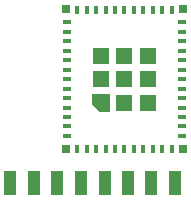
<source format=gbr>
%TF.GenerationSoftware,KiCad,Pcbnew,7.0.10*%
%TF.CreationDate,2024-04-18T15:46:53+08:00*%
%TF.ProjectId,esp32c3-vertical,65737033-3263-4332-9d76-657274696361,rev?*%
%TF.SameCoordinates,Original*%
%TF.FileFunction,Paste,Top*%
%TF.FilePolarity,Positive*%
%FSLAX46Y46*%
G04 Gerber Fmt 4.6, Leading zero omitted, Abs format (unit mm)*
G04 Created by KiCad (PCBNEW 7.0.10) date 2024-04-18 15:46:53*
%MOMM*%
%LPD*%
G01*
G04 APERTURE LIST*
G04 Aperture macros list*
%AMFreePoly0*
4,1,6,0.725000,-0.725000,-0.725000,-0.725000,-0.725000,0.125000,-0.125000,0.725000,0.725000,0.725000,0.725000,-0.725000,0.725000,-0.725000,$1*%
G04 Aperture macros list end*
%ADD10R,1.000000X2.000000*%
%ADD11R,0.400000X0.800000*%
%ADD12R,0.800000X0.400000*%
%ADD13FreePoly0,90.000000*%
%ADD14R,1.450000X1.450000*%
%ADD15R,0.700000X0.700000*%
G04 APERTURE END LIST*
D10*
%TO.C,J8*%
X15700000Y1300000D03*
%TD*%
%TO.C,J7*%
X13700000Y1300000D03*
%TD*%
%TO.C,J6*%
X11728570Y1300000D03*
%TD*%
%TO.C,J5*%
X9800000Y1300000D03*
%TD*%
%TO.C,J4*%
X7800000Y1300000D03*
%TD*%
%TO.C,J3*%
X5700000Y1300000D03*
%TD*%
%TO.C,J2*%
X3785714Y1300000D03*
%TD*%
%TO.C,J1*%
X1800000Y1300000D03*
%TD*%
D11*
%TO.C,U2*%
X7450000Y4225000D03*
X8250000Y4225000D03*
X9050000Y4225000D03*
X9850000Y4225000D03*
X10650000Y4225000D03*
X11450000Y4225000D03*
X12250000Y4225000D03*
X13050000Y4225000D03*
X13850000Y4225000D03*
X14650000Y4225000D03*
X15450000Y4225000D03*
D12*
X16350000Y5325000D03*
X16350000Y6125000D03*
X16350000Y6925000D03*
X16350000Y7725000D03*
X16350000Y8525000D03*
X16350000Y9325000D03*
X16350000Y10125000D03*
X16350000Y10925000D03*
X16350000Y11725000D03*
X16350000Y12525000D03*
X16350000Y13325000D03*
X16350000Y14125000D03*
X16350000Y14925000D03*
D11*
X15450000Y16025000D03*
X14650000Y16025000D03*
X13850000Y16025000D03*
X13050000Y16025000D03*
X12250000Y16025000D03*
X11450000Y16025000D03*
X10650000Y16025000D03*
X9850000Y16025000D03*
X9050000Y16025000D03*
X8250000Y16025000D03*
X7450000Y16025000D03*
D12*
X6550000Y14925000D03*
X6550000Y14125000D03*
X6550000Y13325000D03*
X6550000Y12525000D03*
X6550000Y11725000D03*
X6550000Y10925000D03*
X6550000Y10125000D03*
X6550000Y9325000D03*
X6550000Y8525000D03*
X6550000Y7725000D03*
X6550000Y6925000D03*
X6550000Y6125000D03*
X6550000Y5325000D03*
D13*
X9475000Y8150000D03*
D14*
X11450000Y8150000D03*
X13425000Y8150000D03*
X9475000Y10125000D03*
X11450000Y10125000D03*
X13425000Y10125000D03*
X9475000Y12100000D03*
X11450000Y12100000D03*
X13425000Y12100000D03*
D15*
X6500000Y16075000D03*
X16400000Y16075000D03*
X16400000Y4175000D03*
X6500000Y4175000D03*
%TD*%
M02*

</source>
